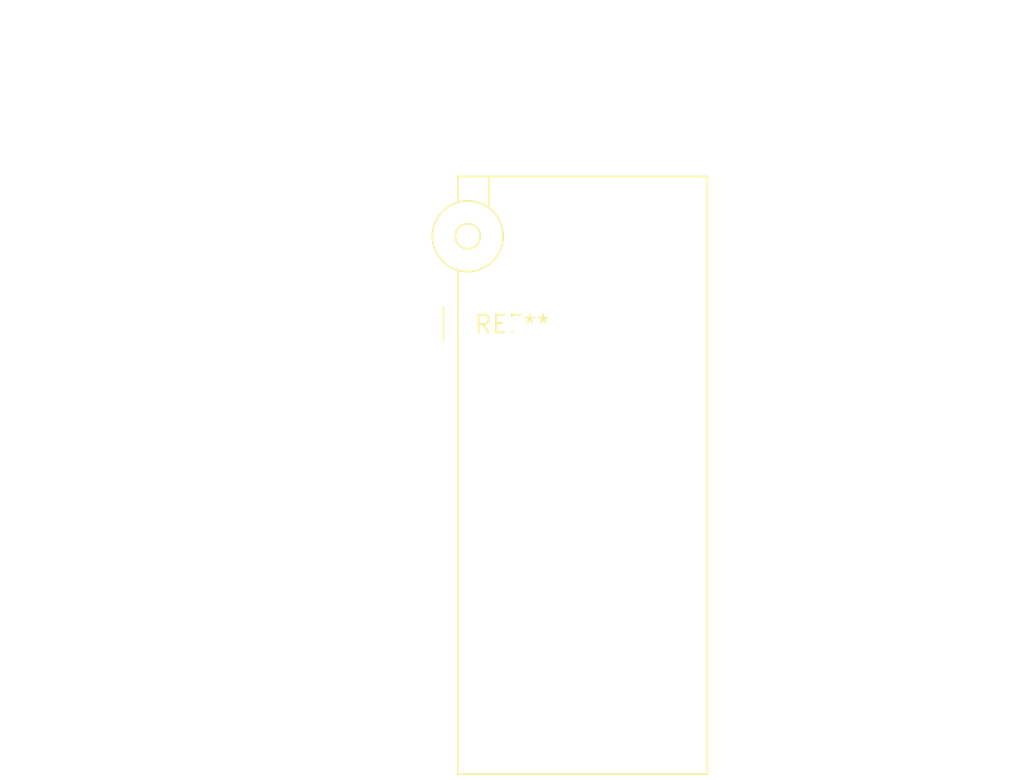
<source format=kicad_pcb>
(kicad_pcb (version 20240108) (generator pcbnew)
  (layers (0 "F.Cu" signal) (31 "B.Cu" signal) (34 "B.Paste" user) (35 "F.Paste" user) (36 "B.SilkS" user "B.Silkscreen") (37 "F.SilkS" user "F.Silkscreen") (38 "B.Mask" user) (39 "F.Mask" user) (44 "Edge.Cuts" user))
  (net 0 "")
  (footprint "DIP_Socket-22_W6.9_W7.62_W10.16_W12.7_W13.5_3M_222-3343-00-0602J" (layer "F.Cu") (at 0 0)
    (property "Reference" "REF**")
    (property "Value" "DIP_Socket-22_W6.9_W7.62_W10.16_W12.7_W13.5_3M_222-3343-00-0602J")
    (fp_line (start -4.95 1.27) (end -4.95 -1.27) (layer "F.SilkS") (stroke (width 0.12)))
    (fp_line (start -3.92 -10.66) (end -3.92 -8.8) (layer "F.SilkS") (stroke (width 0.12)))
    (fp_line (start -3.92 -3.9) (end -3.92 32.44) (layer "F.SilkS") (stroke (width 0.12)))
    (fp_line (start -3.92 32.44) (end 14.08 32.44) (layer "F.SilkS") (stroke (width 0.12)))
    (fp_line (start -1.65 -10.66) (end -1.65 -8.4) (layer "F.SilkS") (stroke (width 0.12)))
    (fp_line (start 14.08 -10.66) (end -3.92 -10.66) (layer "F.SilkS") (stroke (width 0.12)))
    (fp_line (start 14.08 32.44) (end 14.08 -10.66) (layer "F.SilkS") (stroke (width 0.12)))
    (fp_circle (center -3.2 -6.35) (end -2.3 -6.35) (layer "F.SilkS") (stroke (width 0.12)) (fill none))
    (fp_circle (center -3.2 -6.35) (end -0.65 -6.35) (layer "F.SilkS") (stroke (width 0.12)) (fill none))
    (pad "1" thru_hole rect (at 0 0) (size 2 1.44) (drill 1) (layers *.Cu *.Mask) (remove_unused_layers))
    (pad "2" thru_hole oval (at 0 2.54) (size 2 1.44) (drill 1) (layers *.Cu *.Mask) (remove_unused_layers))
    (pad "3" thru_hole oval (at 0 5.08) (size 2 1.44) (drill 1) (layers *.Cu *.Mask) (remove_unused_layers))
    (pad "4" thru_hole oval (at 0 7.62) (size 2 1.44) (drill 1) (layers *.Cu *.Mask) (remove_unused_layers))
    (pad "5" thru_hole oval (at 0 10.16) (size 2 1.44) (drill 1) (layers *.Cu *.Mask) (remove_unused_layers))
    (pad "6" thru_hole oval (at 0 12.7) (size 2 1.44) (drill 1) (layers *.Cu *.Mask) (remove_unused_layers))
    (pad "7" thru_hole oval (at 0 15.24) (size 2 1.44) (drill 1) (layers *.Cu *.Mask) (remove_unused_layers))
    (pad "8" thru_hole oval (at 0 17.78) (size 2 1.44) (drill 1) (layers *.Cu *.Mask) (remove_unused_layers))
    (pad "9" thru_hole oval (at 0 20.32) (size 2 1.44) (drill 1) (layers *.Cu *.Mask) (remove_unused_layers))
    (pad "10" thru_hole oval (at 0 22.86) (size 2 1.44) (drill 1) (layers *.Cu *.Mask) (remove_unused_layers))
    (pad "11" thru_hole oval (at 0 25.4) (size 2 1.44) (drill 1) (layers *.Cu *.Mask) (remove_unused_layers))
    (pad "12" thru_hole oval (at 10.16 25.4) (size 2 1.44) (drill 1) (layers *.Cu *.Mask) (remove_unused_layers))
    (pad "13" thru_hole oval (at 10.16 22.86) (size 2 1.44) (drill 1) (layers *.Cu *.Mask) (remove_unused_layers))
    (pad "14" thru_hole oval (at 10.16 20.32) (size 2 1.44) (drill 1) (layers *.Cu *.Mask) (remove_unused_layers))
    (pad "15" thru_hole oval (at 10.16 17.78) (size 2 1.44) (drill 1) (layers *.Cu *.Mask) (remove_unused_layers))
    (pad "16" thru_hole oval (at 10.16 15.24) (size 2 1.44) (drill 1) (layers *.Cu *.Mask) (remove_unused_layers))
    (pad "17" thru_hole oval (at 10.16 12.7) (size 2 1.44) (drill 1) (layers *.Cu *.Mask) (remove_unused_layers))
    (pad "18" thru_hole oval (at 10.16 10.16) (size 2 1.44) (drill 1) (layers *.Cu *.Mask) (remove_unused_layers))
    (pad "19" thru_hole oval (at 10.16 7.62) (size 2 1.44) (drill 1) (layers *.Cu *.Mask) (remove_unused_layers))
    (pad "20" thru_hole oval (at 10.16 5.08) (size 2 1.44) (drill 1) (layers *.Cu *.Mask) (remove_unused_layers))
    (pad "21" thru_hole oval (at 10.16 2.54) (size 2 1.44) (drill 1) (layers *.Cu *.Mask) (remove_unused_layers))
    (pad "22" thru_hole oval (at 10.16 0) (size 2 1.44) (drill 1) (layers *.Cu *.Mask) (remove_unused_layers))
  )
)
</source>
